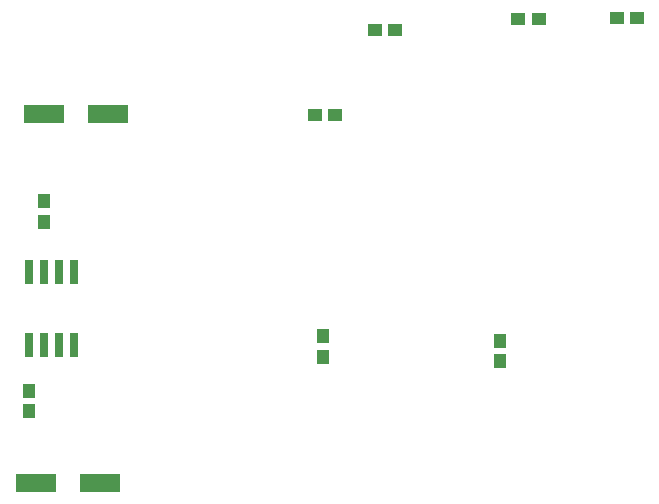
<source format=gtp>
G04 MADE WITH FRITZING*
G04 WWW.FRITZING.ORG*
G04 DOUBLE SIDED*
G04 HOLES PLATED*
G04 CONTOUR ON CENTER OF CONTOUR VECTOR*
%ASAXBY*%
%FSLAX23Y23*%
%MOIN*%
%OFA0B0*%
%SFA1.0B1.0*%
%ADD10R,0.047244X0.043307*%
%ADD11R,0.043307X0.047244*%
%ADD12R,0.026000X0.080000*%
%ADD13R,0.137795X0.062992*%
%LNPASTEMASK1*%
G90*
G70*
G54D10*
X1339Y1915D03*
X1406Y1915D03*
X1817Y1952D03*
X1884Y1952D03*
X2144Y1955D03*
X2211Y1955D03*
G54D11*
X237Y1278D03*
X237Y1345D03*
X185Y647D03*
X185Y714D03*
X1164Y828D03*
X1164Y895D03*
X1755Y814D03*
X1755Y881D03*
G54D12*
X186Y867D03*
X236Y867D03*
X286Y867D03*
X336Y867D03*
X336Y1109D03*
X286Y1109D03*
X236Y1109D03*
X186Y1109D03*
G54D13*
X236Y1635D03*
X449Y1635D03*
X210Y408D03*
X423Y408D03*
G54D10*
X1140Y1632D03*
X1207Y1632D03*
G04 End of PasteMask1*
M02*
</source>
